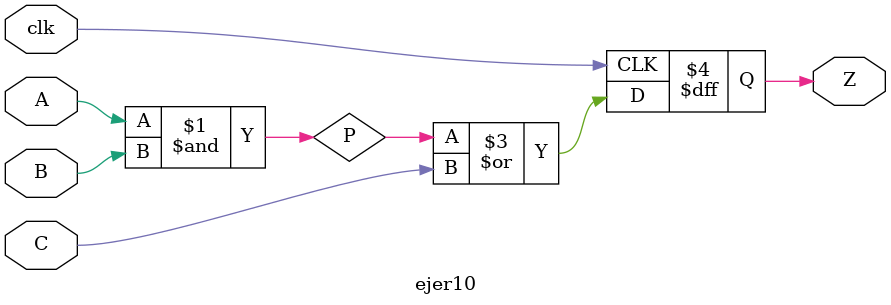
<source format=sv>
module ejer10 (input logic A, B, C, clk,
				output logic Z);
		logic P;
		assign P = A & B;
		always_ff @ (posedge clk)
		begin
			Z <= P | C;
		end
endmodule

/*
Usar el RTL simulation con el TB del ejer10 para ver en el tiempo
como cambian los valores de las señales
*/
</source>
